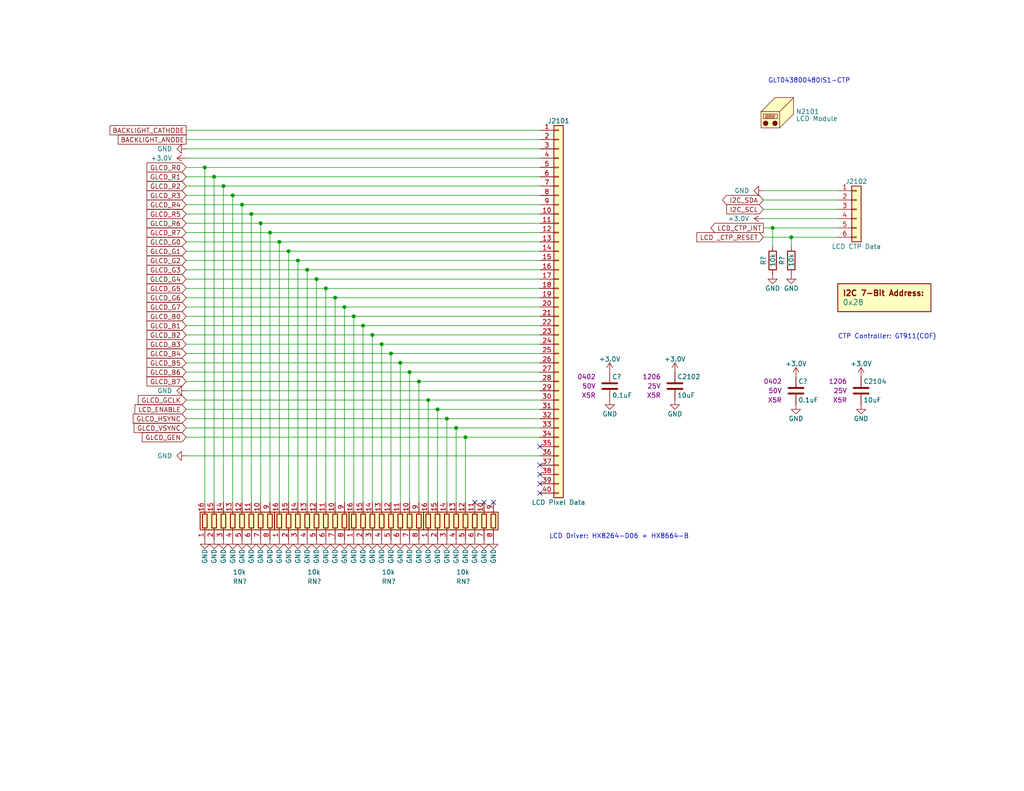
<source format=kicad_sch>
(kicad_sch (version 20231120) (generator "eeschema") (generator_version "8.0")
  (paper "A")
  (title_block (title "Thermal Camera") (date "2024-05-24") (rev "PRELIM") (company "Drew Maatman and Michael Laffin"))
  (lib_symbols
    (symbol "Connector_Generic:Conn_01x06" (pin_names (offset 1.016) hide)
      (property "Reference" "J" (at 0 7.62 0))
      (property "Value" "Conn_01x06" (at 0 -10.16 0))
      (symbol "Conn_01x06_1_1"
        (rectangle (start -1.27 -7.493) (end 0 -7.747) (stroke (width 0.1524)))
        (rectangle (start -1.27 -4.953) (end 0 -5.207) (stroke (width 0.1524)))
        (rectangle (start -1.27 -2.413) (end 0 -2.667) (stroke (width 0.1524)))
        (rectangle (start -1.27 0.127) (end 0 -0.127) (stroke (width 0.1524)))
        (rectangle (start -1.27 2.667) (end 0 2.413) (stroke (width 0.1524)))
        (rectangle (start -1.27 5.207) (end 0 4.953) (stroke (width 0.1524)))
        (rectangle (start -1.27 6.35) (end 1.27 -8.89) (stroke (width 0.254)) (fill (type background)))
        (pin passive line (at -5.08 5.08 0) (length 3.81) (name "Pin_1") (number "1"))
        (pin passive line (at -5.08 2.54 0) (length 3.81) (name "Pin_2") (number "2"))
        (pin passive line (at -5.08 0 0) (length 3.81) (name "Pin_3") (number "3"))
        (pin passive line (at -5.08 -2.54 0) (length 3.81) (name "Pin_4") (number "4"))
        (pin passive line (at -5.08 -5.08 0) (length 3.81) (name "Pin_5") (number "5"))
        (pin passive line (at -5.08 -7.62 0) (length 3.81) (name "Pin_6") (number "6"))
      )
    )
    (symbol "Connector_Generic:Conn_01x40" (pin_names (offset 1.016) hide)
      (property "Reference" "J" (at 0 50.8 0))
      (property "Value" "Conn_01x40" (at 0 -53.34 0))
      (symbol "Conn_01x40_1_1"
        (rectangle (start -1.27 -50.673) (end 0 -50.927) (stroke (width 0.1524)))
        (rectangle (start -1.27 -48.133) (end 0 -48.387) (stroke (width 0.1524)))
        (rectangle (start -1.27 -45.593) (end 0 -45.847) (stroke (width 0.1524)))
        (rectangle (start -1.27 -43.053) (end 0 -43.307) (stroke (width 0.1524)))
        (rectangle (start -1.27 -40.513) (end 0 -40.767) (stroke (width 0.1524)))
        (rectangle (start -1.27 -37.973) (end 0 -38.227) (stroke (width 0.1524)))
        (rectangle (start -1.27 -35.433) (end 0 -35.687) (stroke (width 0.1524)))
        (rectangle (start -1.27 -32.893) (end 0 -33.147) (stroke (width 0.1524)))
        (rectangle (start -1.27 -30.353) (end 0 -30.607) (stroke (width 0.1524)))
        (rectangle (start -1.27 -27.813) (end 0 -28.067) (stroke (width 0.1524)))
        (rectangle (start -1.27 -25.273) (end 0 -25.527) (stroke (width 0.1524)))
        (rectangle (start -1.27 -22.733) (end 0 -22.987) (stroke (width 0.1524)))
        (rectangle (start -1.27 -20.193) (end 0 -20.447) (stroke (width 0.1524)))
        (rectangle (start -1.27 -17.653) (end 0 -17.907) (stroke (width 0.1524)))
        (rectangle (start -1.27 -15.113) (end 0 -15.367) (stroke (width 0.1524)))
        (rectangle (start -1.27 -12.573) (end 0 -12.827) (stroke (width 0.1524)))
        (rectangle (start -1.27 -10.033) (end 0 -10.287) (stroke (width 0.1524)))
        (rectangle (start -1.27 -7.493) (end 0 -7.747) (stroke (width 0.1524)))
        (rectangle (start -1.27 -4.953) (end 0 -5.207) (stroke (width 0.1524)))
        (rectangle (start -1.27 -2.413) (end 0 -2.667) (stroke (width 0.1524)))
        (rectangle (start -1.27 0.127) (end 0 -0.127) (stroke (width 0.1524)))
        (rectangle (start -1.27 2.667) (end 0 2.413) (stroke (width 0.1524)))
        (rectangle (start -1.27 5.207) (end 0 4.953) (stroke (width 0.1524)))
        (rectangle (start -1.27 7.747) (end 0 7.493) (stroke (width 0.1524)))
        (rectangle (start -1.27 10.287) (end 0 10.033) (stroke (width 0.1524)))
        (rectangle (start -1.27 12.827) (end 0 12.573) (stroke (width 0.1524)))
        (rectangle (start -1.27 15.367) (end 0 15.113) (stroke (width 0.1524)))
        (rectangle (start -1.27 17.907) (end 0 17.653) (stroke (width 0.1524)))
        (rectangle (start -1.27 20.447) (end 0 20.193) (stroke (width 0.1524)))
        (rectangle (start -1.27 22.987) (end 0 22.733) (stroke (width 0.1524)))
        (rectangle (start -1.27 25.527) (end 0 25.273) (stroke (width 0.1524)))
        (rectangle (start -1.27 28.067) (end 0 27.813) (stroke (width 0.1524)))
        (rectangle (start -1.27 30.607) (end 0 30.353) (stroke (width 0.1524)))
        (rectangle (start -1.27 33.147) (end 0 32.893) (stroke (width 0.1524)))
        (rectangle (start -1.27 35.687) (end 0 35.433) (stroke (width 0.1524)))
        (rectangle (start -1.27 38.227) (end 0 37.973) (stroke (width 0.1524)))
        (rectangle (start -1.27 40.767) (end 0 40.513) (stroke (width 0.1524)))
        (rectangle (start -1.27 43.307) (end 0 43.053) (stroke (width 0.1524)))
        (rectangle (start -1.27 45.847) (end 0 45.593) (stroke (width 0.1524)))
        (rectangle (start -1.27 48.387) (end 0 48.133) (stroke (width 0.1524)))
        (rectangle (start -1.27 49.53) (end 1.27 -52.07) (stroke (width 0.254)) (fill (type background)))
        (pin passive line (at -5.08 48.26 0) (length 3.81) (name "Pin_1") (number "1"))
        (pin passive line (at -5.08 25.4 0) (length 3.81) (name "Pin_10") (number "10"))
        (pin passive line (at -5.08 22.86 0) (length 3.81) (name "Pin_11") (number "11"))
        (pin passive line (at -5.08 20.32 0) (length 3.81) (name "Pin_12") (number "12"))
        (pin passive line (at -5.08 17.78 0) (length 3.81) (name "Pin_13") (number "13"))
        (pin passive line (at -5.08 15.24 0) (length 3.81) (name "Pin_14") (number "14"))
        (pin passive line (at -5.08 12.7 0) (length 3.81) (name "Pin_15") (number "15"))
        (pin passive line (at -5.08 10.16 0) (length 3.81) (name "Pin_16") (number "16"))
        (pin passive line (at -5.08 7.62 0) (length 3.81) (name "Pin_17") (number "17"))
        (pin passive line (at -5.08 5.08 0) (length 3.81) (name "Pin_18") (number "18"))
        (pin passive line (at -5.08 2.54 0) (length 3.81) (name "Pin_19") (number "19"))
        (pin passive line (at -5.08 45.72 0) (length 3.81) (name "Pin_2") (number "2"))
        (pin passive line (at -5.08 0 0) (length 3.81) (name "Pin_20") (number "20"))
        (pin passive line (at -5.08 -2.54 0) (length 3.81) (name "Pin_21") (number "21"))
        (pin passive line (at -5.08 -5.08 0) (length 3.81) (name "Pin_22") (number "22"))
        (pin passive line (at -5.08 -7.62 0) (length 3.81) (name "Pin_23") (number "23"))
        (pin passive line (at -5.08 -10.16 0) (length 3.81) (name "Pin_24") (number "24"))
        (pin passive line (at -5.08 -12.7 0) (length 3.81) (name "Pin_25") (number "25"))
        (pin passive line (at -5.08 -15.24 0) (length 3.81) (name "Pin_26") (number "26"))
        (pin passive line (at -5.08 -17.78 0) (length 3.81) (name "Pin_27") (number "27"))
        (pin passive line (at -5.08 -20.32 0) (length 3.81) (name "Pin_28") (number "28"))
        (pin passive line (at -5.08 -22.86 0) (length 3.81) (name "Pin_29") (number "29"))
        (pin passive line (at -5.08 43.18 0) (length 3.81) (name "Pin_3") (number "3"))
        (pin passive line (at -5.08 -25.4 0) (length 3.81) (name "Pin_30") (number "30"))
        (pin passive line (at -5.08 -27.94 0) (length 3.81) (name "Pin_31") (number "31"))
        (pin passive line (at -5.08 -30.48 0) (length 3.81) (name "Pin_32") (number "32"))
        (pin passive line (at -5.08 -33.02 0) (length 3.81) (name "Pin_33") (number "33"))
        (pin passive line (at -5.08 -35.56 0) (length 3.81) (name "Pin_34") (number "34"))
        (pin passive line (at -5.08 -38.1 0) (length 3.81) (name "Pin_35") (number "35"))
        (pin passive line (at -5.08 -40.64 0) (length 3.81) (name "Pin_36") (number "36"))
        (pin passive line (at -5.08 -43.18 0) (length 3.81) (name "Pin_37") (number "37"))
        (pin passive line (at -5.08 -45.72 0) (length 3.81) (name "Pin_38") (number "38"))
        (pin passive line (at -5.08 -48.26 0) (length 3.81) (name "Pin_39") (number "39"))
        (pin passive line (at -5.08 40.64 0) (length 3.81) (name "Pin_4") (number "4"))
        (pin passive line (at -5.08 -50.8 0) (length 3.81) (name "Pin_40") (number "40"))
        (pin passive line (at -5.08 38.1 0) (length 3.81) (name "Pin_5") (number "5"))
        (pin passive line (at -5.08 35.56 0) (length 3.81) (name "Pin_6") (number "6"))
        (pin passive line (at -5.08 33.02 0) (length 3.81) (name "Pin_7") (number "7"))
        (pin passive line (at -5.08 30.48 0) (length 3.81) (name "Pin_8") (number "8"))
        (pin passive line (at -5.08 27.94 0) (length 3.81) (name "Pin_9") (number "9"))
      )
    )
    (symbol "Custom Library:+3.0V" (power) (pin_names (offset 0))
      (property "Value" "+3.0V" (at 0 3.556 0))
      (symbol "+3.0V_0_1"
        (polyline (pts (xy -0.762 1.27) (xy 0 2.54)))
        (polyline (pts (xy 0 0) (xy 0 2.54)))
        (polyline (pts (xy 0 2.54) (xy 0.762 1.27)))
      )
      (symbol "+3.0V_1_1"
        (pin power_in line (at 0 0 90) (length 0) hide (name "+3.0V") (number "1"))
      )
    )
    (symbol "Custom_Library:C_Custom" (pin_numbers hide) (pin_names (offset 0.254))
      (property "Reference" "C" (at 0.635 2.54 0))
      (property "Value" "Custom_Library_C_Custom" (at 0.635 -2.54 0))
      (property "display_footprint" "Foot" (at -3.81 2.54 0))
      (property "Voltage" "V" (at -3.81 0 0))
      (property "Dielectric" "Er" (at -3.81 -2.54 0))
      (symbol "C_Custom_0_1"
        (polyline (pts (xy -2.032 -0.762) (xy 2.032 -0.762)) (stroke (width 0.508)))
        (polyline (pts (xy -2.032 0.762) (xy 2.032 0.762)) (stroke (width 0.508)))
      )
      (symbol "C_Custom_1_1"
        (pin passive line (at 0 3.81 270) (length 2.794) (name "~") (number "1"))
        (pin passive line (at 0 -3.81 90) (length 2.794) (name "~") (number "2"))
      )
    )
    (symbol "Custom_Library:I2C_Address" (pin_names (offset 1.016))
      (property "Value" "Custom_Library_I2C_Address" (at -11.43 0 0))
      (symbol "I2C_Address_0_0"
        (rectangle (start -12.7 5.08) (end 12.7 -2.54) (stroke (width 0.254)) (fill (type background)))
        (text "I2C 7-Bit Address:" (at -11.43 2.54 0) (effects (font (size 1.524 1.524) (bold yes)) (justify left)))
      )
    )
    (symbol "Custom_Library:R_Custom" (pin_numbers hide) (pin_names (offset 1.016) hide)
      (property "Reference" "R" (at -2.54 0 90))
      (property "Value" "Custom_Library_R_Custom" (at 0 0 90))
      (property "display_footprint" "Foot" (at 2.54 0 90))
      (property "Tolerance" "Tol" (at 5.08 0 90))
      (property "Wattage" "W" (at 7.62 0 90))
      (symbol "R_Custom_0_1"
        (rectangle (start 1.016 2.54) (end -1.016 -2.54) (stroke (width 0.254)))
      )
      (symbol "R_Custom_1_1"
        (pin passive line (at 0 3.81 270) (length 1.27) (name "1") (number "1"))
        (pin passive line (at 0 -3.81 90) (length 1.27) (name "2") (number "2"))
      )
    )
    (symbol "Device:R_Pack08" (pin_names (offset 0) hide)
      (property "Reference" "RN" (at -12.7 0 90))
      (property "Value" "R_Pack08" (at 10.16 0 90))
      (symbol "R_Pack08_0_1"
        (rectangle (start -11.43 -2.413) (end 8.89 2.413) (stroke (width 0.254)) (fill (type background)))
        (rectangle (start -10.795 1.905) (end -9.525 -1.905) (stroke (width 0.254)))
        (rectangle (start -8.255 1.905) (end -6.985 -1.905) (stroke (width 0.254)))
        (rectangle (start -5.715 1.905) (end -4.445 -1.905) (stroke (width 0.254)))
        (rectangle (start -3.175 1.905) (end -1.905 -1.905) (stroke (width 0.254)))
        (rectangle (start -0.635 1.905) (end 0.635 -1.905) (stroke (width 0.254)))
        (polyline (pts (xy -10.16 -2.54) (xy -10.16 -1.905)))
        (polyline (pts (xy -10.16 1.905) (xy -10.16 2.54)))
        (polyline (pts (xy -7.62 -2.54) (xy -7.62 -1.905)))
        (polyline (pts (xy -7.62 1.905) (xy -7.62 2.54)))
        (polyline (pts (xy -5.08 -2.54) (xy -5.08 -1.905)))
        (polyline (pts (xy -5.08 1.905) (xy -5.08 2.54)))
        (polyline (pts (xy -2.54 -2.54) (xy -2.54 -1.905)))
        (polyline (pts (xy -2.54 1.905) (xy -2.54 2.54)))
        (polyline (pts (xy 0 -2.54) (xy 0 -1.905)))
        (polyline (pts (xy 0 1.905) (xy 0 2.54)))
        (polyline (pts (xy 2.54 -2.54) (xy 2.54 -1.905)))
        (polyline (pts (xy 2.54 1.905) (xy 2.54 2.54)))
        (polyline (pts (xy 5.08 -2.54) (xy 5.08 -1.905)))
        (polyline (pts (xy 5.08 1.905) (xy 5.08 2.54)))
        (polyline (pts (xy 7.62 -2.54) (xy 7.62 -1.905)))
        (polyline (pts (xy 7.62 1.905) (xy 7.62 2.54)))
        (rectangle (start 1.905 1.905) (end 3.175 -1.905) (stroke (width 0.254)))
        (rectangle (start 4.445 1.905) (end 5.715 -1.905) (stroke (width 0.254)))
        (rectangle (start 6.985 1.905) (end 8.255 -1.905) (stroke (width 0.254)))
      )
      (symbol "R_Pack08_1_1"
        (pin passive line (at -10.16 -5.08 90) (length 2.54) (name "R1.1") (number "1"))
        (pin passive line (at 5.08 5.08 270) (length 2.54) (name "R7.2") (number "10"))
        (pin passive line (at 2.54 5.08 270) (length 2.54) (name "R6.2") (number "11"))
        (pin passive line (at 0 5.08 270) (length 2.54) (name "R5.2") (number "12"))
        (pin passive line (at -2.54 5.08 270) (length 2.54) (name "R4.2") (number "13"))
        (pin passive line (at -5.08 5.08 270) (length 2.54) (name "R3.2") (number "14"))
        (pin passive line (at -7.62 5.08 270) (length 2.54) (name "R2.2") (number "15"))
        (pin passive line (at -10.16 5.08 270) (length 2.54) (name "R1.2") (number "16"))
        (pin passive line (at -7.62 -5.08 90) (length 2.54) (name "R2.1") (number "2"))
        (pin passive line (at -5.08 -5.08 90) (length 2.54) (name "R3.1") (number "3"))
        (pin passive line (at -2.54 -5.08 90) (length 2.54) (name "R4.1") (number "4"))
        (pin passive line (at 0 -5.08 90) (length 2.54) (name "R5.1") (number "5"))
        (pin passive line (at 2.54 -5.08 90) (length 2.54) (name "R6.1") (number "6"))
        (pin passive line (at 5.08 -5.08 90) (length 2.54) (name "R7.1") (number "7"))
        (pin passive line (at 7.62 -5.08 90) (length 2.54) (name "R8.1") (number "8"))
        (pin passive line (at 7.62 5.08 270) (length 2.54) (name "R8.2") (number "9"))
      )
    )
    (symbol "Mechanical:Housing" (pin_names (offset 1.016))
      (property "Reference" "N" (at 3.81 0 0))
      (property "Value" "Housing" (at 3.81 -1.905 0))
      (symbol "Housing_0_1"
        (rectangle (start -5.08 -0.635) (end -1.27 -1.905))
        (circle (center -4.445 -3.175) (radius 0.635) (fill (type outline)))
        (circle (center -1.905 -3.175) (radius 0.635) (fill (type outline)))
        (polyline (pts (xy -4.5212 -1.5748) (xy -4.4704 -1.3716)))
        (polyline (pts (xy -4.4196 -1.6764) (xy -4.064 -1.6764)))
        (polyline (pts (xy -4.4196 -1.2192) (xy -4.3688 -0.9652)))
        (polyline (pts (xy -4.318 -1.3208) (xy -4.0132 -1.3208)))
        (polyline (pts (xy -4.2164 -0.9144) (xy -3.9116 -0.9144)))
        (polyline (pts (xy -3.9116 -1.6256) (xy -3.8608 -1.3716)))
        (polyline (pts (xy -3.81 -1.2192) (xy -3.7592 -0.9652)))
        (polyline (pts (xy -3.6068 -1.5748) (xy -3.556 -1.3716)))
        (polyline (pts (xy -3.5052 -1.6764) (xy -3.1496 -1.6764)))
        (polyline (pts (xy -3.5052 -1.2192) (xy -3.4544 -0.9652)))
        (polyline (pts (xy -3.4036 -1.3208) (xy -3.0988 -1.3208)))
        (polyline (pts (xy -3.302 -0.9144) (xy -2.9972 -0.9144)))
        (polyline (pts (xy -2.9972 -1.6256) (xy -2.9464 -1.3716)))
        (polyline (pts (xy -2.8956 -1.2192) (xy -2.8448 -0.9652)))
        (polyline (pts (xy -2.6924 -1.5748) (xy -2.6416 -1.3716)))
        (polyline (pts (xy -2.5908 -1.6764) (xy -2.2352 -1.6764)))
        (polyline (pts (xy -2.5908 -1.2192) (xy -2.54 -0.9652)))
        (polyline (pts (xy -2.4892 -1.3208) (xy -2.1844 -1.3208)))
        (polyline (pts (xy -2.3876 -0.9144) (xy -2.0828 -0.9144)))
        (polyline (pts (xy -2.0828 -1.6256) (xy -2.032 -1.3716)))
        (polyline (pts (xy -1.9812 -1.2192) (xy -1.9304 -0.9652)))
        (polyline (pts (xy -0.635 0) (xy -0.635 -4.445)))
        (polyline (pts (xy -5.715 0) (xy -0.635 0) (xy 3.175 3.81)))
        (polyline (pts (xy -5.715 0) (xy -5.715 -4.445) (xy -0.635 -4.445) (xy 3.175 -0.635) (xy 3.175 3.81) (xy -1.905 3.81) (xy -5.715 0)) (fill (type background)))
      )
    )
    (symbol "power:GND" (power) (pin_names (offset 0))
      (property "Value" "GND" (at 0 -3.81 0))
      (symbol "GND_0_1"
        (polyline (pts (xy 0 0) (xy 0 -1.27) (xy 1.27 -1.27) (xy 0 -2.54) (xy -1.27 -1.27) (xy 0 -1.27)))
      )
      (symbol "GND_1_1"
        (pin power_in line (at 0 0 270) (length 0) hide (name "GND") (number "1"))
      )
    )
  )
  (junction (at 76.2 66.04))
  (junction (at 83.82 73.66))
  (junction (at 210.82 62.23))
  (junction (at 81.28 71.12))
  (junction (at 58.42 48.26))
  (junction (at 101.6 91.44))
  (junction (at 60.96 50.8))
  (junction (at 116.84 109.22))
  (junction (at 104.14 93.98))
  (junction (at 127 119.38))
  (junction (at 106.68 96.52))
  (junction (at 55.88 45.72))
  (junction (at 109.22 99.06))
  (junction (at 111.76 101.6))
  (junction (at 68.58 58.42))
  (junction (at 114.3 104.14))
  (junction (at 91.44 81.28))
  (junction (at 88.9 78.74))
  (junction (at 78.74 68.58))
  (junction (at 121.92 114.3))
  (junction (at 71.12 60.96))
  (junction (at 63.5 53.34))
  (junction (at 66.04 55.88))
  (junction (at 215.9 64.77))
  (junction (at 93.98 83.82))
  (junction (at 73.66 63.5))
  (junction (at 119.38 111.76))
  (junction (at 96.52 86.36))
  (junction (at 86.36 76.2))
  (junction (at 124.46 116.84))
  (junction (at 99.06 88.9))
  (no_connect (at 147.32 134.62))
  (no_connect (at 132.08 137.16))
  (no_connect (at 147.32 121.92))
  (no_connect (at 134.62 137.16))
  (no_connect (at 147.32 132.08))
  (no_connect (at 147.32 129.54))
  (no_connect (at 129.54 137.16))
  (no_connect (at 147.32 127))
  (wire (pts (xy 50.8 43.18) (xy 147.32 43.18)))
  (wire (pts (xy 76.2 66.04) (xy 76.2 137.16)))
  (wire (pts (xy 88.9 78.74) (xy 88.9 137.16)))
  (wire (pts (xy 50.8 63.5) (xy 73.66 63.5)))
  (wire (pts (xy 210.82 62.23) (xy 210.82 67.31)))
  (wire (pts (xy 50.8 66.04) (xy 76.2 66.04)))
  (wire (pts (xy 215.9 64.77) (xy 215.9 67.31)))
  (wire (pts (xy 50.8 60.96) (xy 71.12 60.96)))
  (wire (pts (xy 50.8 71.12) (xy 81.28 71.12)))
  (wire (pts (xy 111.76 101.6) (xy 147.32 101.6)))
  (wire (pts (xy 50.8 99.06) (xy 109.22 99.06)))
  (wire (pts (xy 119.38 111.76) (xy 147.32 111.76)))
  (wire (pts (xy 116.84 109.22) (xy 116.84 137.16)))
  (wire (pts (xy 127 119.38) (xy 147.32 119.38)))
  (wire (pts (xy 50.8 76.2) (xy 86.36 76.2)))
  (wire (pts (xy 208.28 54.61) (xy 228.6 54.61)))
  (wire (pts (xy 208.28 59.69) (xy 228.6 59.69)))
  (wire (pts (xy 58.42 48.26) (xy 58.42 137.16)))
  (wire (pts (xy 50.8 55.88) (xy 66.04 55.88)))
  (wire (pts (xy 50.8 78.74) (xy 88.9 78.74)))
  (wire (pts (xy 50.8 124.46) (xy 147.32 124.46)))
  (wire (pts (xy 93.98 83.82) (xy 147.32 83.82)))
  (wire (pts (xy 50.8 50.8) (xy 60.96 50.8)))
  (wire (pts (xy 88.9 78.74) (xy 147.32 78.74)))
  (wire (pts (xy 91.44 81.28) (xy 91.44 137.16)))
  (wire (pts (xy 50.8 93.98) (xy 104.14 93.98)))
  (wire (pts (xy 124.46 116.84) (xy 147.32 116.84)))
  (wire (pts (xy 50.8 119.38) (xy 127 119.38)))
  (wire (pts (xy 50.8 106.68) (xy 147.32 106.68)))
  (wire (pts (xy 50.8 104.14) (xy 114.3 104.14)))
  (wire (pts (xy 60.96 50.8) (xy 60.96 137.16)))
  (wire (pts (xy 83.82 73.66) (xy 83.82 137.16)))
  (wire (pts (xy 50.8 96.52) (xy 106.68 96.52)))
  (wire (pts (xy 83.82 73.66) (xy 147.32 73.66)))
  (wire (pts (xy 78.74 68.58) (xy 78.74 137.16)))
  (wire (pts (xy 63.5 53.34) (xy 147.32 53.34)))
  (wire (pts (xy 208.28 64.77) (xy 215.9 64.77)))
  (wire (pts (xy 86.36 76.2) (xy 147.32 76.2)))
  (wire (pts (xy 104.14 93.98) (xy 147.32 93.98)))
  (wire (pts (xy 208.28 62.23) (xy 210.82 62.23)))
  (wire (pts (xy 50.8 48.26) (xy 58.42 48.26)))
  (wire (pts (xy 63.5 53.34) (xy 63.5 137.16)))
  (wire (pts (xy 55.88 45.72) (xy 147.32 45.72)))
  (wire (pts (xy 50.8 35.56) (xy 147.32 35.56)))
  (wire (pts (xy 81.28 71.12) (xy 147.32 71.12)))
  (wire (pts (xy 208.28 57.15) (xy 228.6 57.15)))
  (wire (pts (xy 50.8 88.9) (xy 99.06 88.9)))
  (wire (pts (xy 50.8 116.84) (xy 124.46 116.84)))
  (wire (pts (xy 73.66 63.5) (xy 73.66 137.16)))
  (wire (pts (xy 50.8 45.72) (xy 55.88 45.72)))
  (wire (pts (xy 50.8 38.1) (xy 147.32 38.1)))
  (wire (pts (xy 93.98 83.82) (xy 93.98 137.16)))
  (wire (pts (xy 96.52 86.36) (xy 147.32 86.36)))
  (wire (pts (xy 50.8 58.42) (xy 68.58 58.42)))
  (wire (pts (xy 50.8 109.22) (xy 116.84 109.22)))
  (wire (pts (xy 91.44 81.28) (xy 147.32 81.28)))
  (wire (pts (xy 109.22 99.06) (xy 109.22 137.16)))
  (wire (pts (xy 81.28 71.12) (xy 81.28 137.16)))
  (wire (pts (xy 121.92 114.3) (xy 121.92 137.16)))
  (wire (pts (xy 99.06 88.9) (xy 99.06 137.16)))
  (wire (pts (xy 50.8 91.44) (xy 101.6 91.44)))
  (wire (pts (xy 50.8 101.6) (xy 111.76 101.6)))
  (wire (pts (xy 96.52 86.36) (xy 96.52 137.16)))
  (wire (pts (xy 121.92 114.3) (xy 147.32 114.3)))
  (wire (pts (xy 71.12 60.96) (xy 147.32 60.96)))
  (wire (pts (xy 101.6 137.16) (xy 101.6 91.44)))
  (wire (pts (xy 124.46 116.84) (xy 124.46 137.16)))
  (wire (pts (xy 68.58 58.42) (xy 68.58 137.16)))
  (wire (pts (xy 106.68 96.52) (xy 147.32 96.52)))
  (wire (pts (xy 101.6 91.44) (xy 147.32 91.44)))
  (wire (pts (xy 58.42 48.26) (xy 147.32 48.26)))
  (wire (pts (xy 68.58 58.42) (xy 147.32 58.42)))
  (wire (pts (xy 73.66 63.5) (xy 147.32 63.5)))
  (wire (pts (xy 109.22 99.06) (xy 147.32 99.06)))
  (wire (pts (xy 50.8 86.36) (xy 96.52 86.36)))
  (wire (pts (xy 99.06 88.9) (xy 147.32 88.9)))
  (wire (pts (xy 78.74 68.58) (xy 147.32 68.58)))
  (wire (pts (xy 114.3 104.14) (xy 114.3 137.16)))
  (wire (pts (xy 50.8 83.82) (xy 93.98 83.82)))
  (wire (pts (xy 210.82 62.23) (xy 228.6 62.23)))
  (wire (pts (xy 71.12 60.96) (xy 71.12 137.16)))
  (wire (pts (xy 106.68 96.52) (xy 106.68 137.16)))
  (wire (pts (xy 50.8 73.66) (xy 83.82 73.66)))
  (wire (pts (xy 66.04 55.88) (xy 66.04 137.16)))
  (wire (pts (xy 50.8 53.34) (xy 63.5 53.34)))
  (wire (pts (xy 50.8 114.3) (xy 121.92 114.3)))
  (wire (pts (xy 50.8 40.64) (xy 147.32 40.64)))
  (wire (pts (xy 119.38 111.76) (xy 119.38 137.16)))
  (wire (pts (xy 60.96 50.8) (xy 147.32 50.8)))
  (wire (pts (xy 111.76 101.6) (xy 111.76 137.16)))
  (wire (pts (xy 66.04 55.88) (xy 147.32 55.88)))
  (wire (pts (xy 50.8 68.58) (xy 78.74 68.58)))
  (wire (pts (xy 104.14 93.98) (xy 104.14 137.16)))
  (wire (pts (xy 86.36 76.2) (xy 86.36 137.16)))
  (wire (pts (xy 116.84 109.22) (xy 147.32 109.22)))
  (wire (pts (xy 215.9 64.77) (xy 228.6 64.77)))
  (wire (pts (xy 127 119.38) (xy 127 137.16)))
  (wire (pts (xy 208.28 52.07) (xy 228.6 52.07)))
  (wire (pts (xy 55.88 45.72) (xy 55.88 137.16)))
  (wire (pts (xy 76.2 66.04) (xy 147.32 66.04)))
  (wire (pts (xy 50.8 81.28) (xy 91.44 81.28)))
  (wire (pts (xy 50.8 111.76) (xy 119.38 111.76)))
  (wire (pts (xy 114.3 104.14) (xy 147.32 104.14)))
  (text "GLT043800480IS1-CTP\n" (at 209.55 22.86 0) (effects (font (size 1.27 1.27)) (justify left bottom)))
  (text "CTP Controller: GT911(COF)" (at 228.6 92.71 0) (effects (font (size 1.27 1.27)) (justify left bottom)))
  (text "LCD Driver: HX8264-D06 + HX8664-B " (at 149.82 147.2565 0) (effects (font (size 1.27 1.27)) (justify left bottom)))
  (global_label "GLCD_B0" (shape input) (at 50.8 86.36 180) (property "Intersheetrefs" "${INTERSHEET_REFS}" (effects (hide yes))))
  (global_label "GLCD_G5" (shape input) (at 50.8 78.74 180) (property "Intersheetrefs" "${INTERSHEET_REFS}" (effects (hide yes))))
  (global_label "GLCD_B2" (shape input) (at 50.8 91.44 180) (property "Intersheetrefs" "${INTERSHEET_REFS}" (effects (hide yes))))
  (global_label "GLCD_B3" (shape input) (at 50.8 93.98 180) (property "Intersheetrefs" "${INTERSHEET_REFS}" (effects (hide yes))))
  (global_label "GLCD_R5" (shape input) (at 50.8 58.42 180) (property "Intersheetrefs" "${INTERSHEET_REFS}" (effects (hide yes))))
  (global_label "GLCD_B6" (shape input) (at 50.8 101.6 180) (property "Intersheetrefs" "${INTERSHEET_REFS}" (effects (hide yes))))
  (global_label "GLCD_B7" (shape input) (at 50.8 104.14 180) (property "Intersheetrefs" "${INTERSHEET_REFS}" (effects (hide yes))))
  (global_label "LCD_ENABLE" (shape input) (at 50.8 111.76 180) (property "Intersheetrefs" "${INTERSHEET_REFS}" (effects (hide yes))))
  (global_label "GLCD_B1" (shape input) (at 50.8 88.9 180) (property "Intersheetrefs" "${INTERSHEET_REFS}" (effects (hide yes))))
  (global_label "GLCD_G4" (shape input) (at 50.8 76.2 180) (property "Intersheetrefs" "${INTERSHEET_REFS}" (effects (hide yes))))
  (global_label "LCD_CTP_INT" (shape output) (at 208.28 62.23 180) (property "Intersheetrefs" "${INTERSHEET_REFS}" (effects (hide yes))))
  (global_label "GLCD_HSYNC" (shape input) (at 50.8 114.3 180) (property "Intersheetrefs" "${INTERSHEET_REFS}" (effects (hide yes))))
  (global_label "I2C_SDA" (shape bidirectional) (at 208.28 54.61 180) (property "Intersheetrefs" "${INTERSHEET_REFS}" (effects (hide yes))))
  (global_label "GLCD_B4" (shape input) (at 50.8 96.52 180) (property "Intersheetrefs" "${INTERSHEET_REFS}" (effects (hide yes))))
  (global_label "I2C_SCL" (shape input) (at 208.28 57.15 180) (property "Intersheetrefs" "${INTERSHEET_REFS}" (effects (hide yes))))
  (global_label "GLCD_B5" (shape input) (at 50.8 99.06 180) (property "Intersheetrefs" "${INTERSHEET_REFS}" (effects (hide yes))))
  (global_label "GLCD_G1" (shape input) (at 50.8 68.58 180) (property "Intersheetrefs" "${INTERSHEET_REFS}" (effects (hide yes))))
  (global_label "GLCD_GCLK" (shape input) (at 50.8 109.22 180) (property "Intersheetrefs" "${INTERSHEET_REFS}" (effects (hide yes))))
  (global_label "GLCD_G6" (shape input) (at 50.8 81.28 180) (property "Intersheetrefs" "${INTERSHEET_REFS}" (effects (hide yes))))
  (global_label "GLCD_GEN" (shape input) (at 50.8 119.38 180) (property "Intersheetrefs" "${INTERSHEET_REFS}" (effects (hide yes))))
  (global_label "LCD _CTP_RESET" (shape input) (at 208.28 64.77 180) (property "Intersheetrefs" "${INTERSHEET_REFS}" (effects (hide yes))))
  (global_label "GLCD_R7" (shape input) (at 50.8 63.5 180) (property "Intersheetrefs" "${INTERSHEET_REFS}" (effects (hide yes))))
  (global_label "GLCD_G3" (shape input) (at 50.8 73.66 180) (property "Intersheetrefs" "${INTERSHEET_REFS}" (effects (hide yes))))
  (global_label "BACKLIGHT_ANODE" (shape passive) (at 50.8 38.1 180) (property "Intersheetrefs" "${INTERSHEET_REFS}" (effects (hide yes))))
  (global_label "GLCD_R1" (shape input) (at 50.8 48.26 180) (property "Intersheetrefs" "${INTERSHEET_REFS}" (effects (hide yes))))
  (global_label "GLCD_G2" (shape input) (at 50.8 71.12 180) (property "Intersheetrefs" "${INTERSHEET_REFS}" (effects (hide yes))))
  (global_label "GLCD_R6" (shape input) (at 50.8 60.96 180) (property "Intersheetrefs" "${INTERSHEET_REFS}" (effects (hide yes))))
  (global_label "BACKLIGHT_CATHODE" (shape passive) (at 50.8 35.56 180) (property "Intersheetrefs" "${INTERSHEET_REFS}" (effects (hide yes))))
  (global_label "GLCD_G7" (shape input) (at 50.8 83.82 180) (property "Intersheetrefs" "${INTERSHEET_REFS}" (effects (hide yes))))
  (global_label "GLCD_R3" (shape input) (at 50.8 53.34 180) (property "Intersheetrefs" "${INTERSHEET_REFS}" (effects (hide yes))))
  (global_label "GLCD_R2" (shape input) (at 50.8 50.8 180) (property "Intersheetrefs" "${INTERSHEET_REFS}" (effects (hide yes))))
  (global_label "GLCD_R0" (shape input) (at 50.8 45.72 180) (property "Intersheetrefs" "${INTERSHEET_REFS}" (effects (hide yes))))
  (global_label "GLCD_G0" (shape input) (at 50.8 66.04 180) (property "Intersheetrefs" "${INTERSHEET_REFS}" (effects (hide yes))))
  (global_label "GLCD_VSYNC" (shape input) (at 50.8 116.84 180) (property "Intersheetrefs" "${INTERSHEET_REFS}" (effects (hide yes))))
  (global_label "GLCD_R4" (shape input) (at 50.8 55.88 180) (property "Intersheetrefs" "${INTERSHEET_REFS}" (effects (hide yes))))
  (symbol (lib_id "power:GND") (at 55.88 147.32 0) (unit 1)
    (property "Reference" "#PWR02105" (effects (hide yes)))
    (property "Value" "GND" (at 55.88 149.86 90) (effects (justify right)))
  )
  (symbol (lib_id "Device:R_Pack08") (at 127 142.24 0) (unit 1)
    (property "Reference" "RN?" (at 124.46 158.75 0) (effects (justify left)))
    (property "Value" "10k" (at 124.46 156.21 0) (effects (justify left)))
    (property "Footprint" "Resistors_SMD:R_Array_Convex_8x0602" (effects (hide yes)))
    (property "Digi-Key PN" "Y1103CT-ND" (effects (hide yes)))
    (property "Tolerance" "1%" (effects (hide yes)))
    (instances (project "VFD_Clock" (path "" (reference "RN?") (unit 1))) (project "Nixie_Clock_Core" (path "" (reference "RN?") (unit 1))) (project "Thermal_Camera" (path "" (reference "RN2104") (unit 1))))
  )
  (symbol (lib_id "Custom_Library:R_Custom") (at 215.9 71.12 0) (unit 1)
    (property "Reference" "R?" (at 213.36 71.12 90))
    (property "Value" "10k" (at 215.9 72.898 90) (effects (justify left)))
    (property "Footprint" "Resistors_SMD:R_0402" (effects (hide yes)))
    (property "display_footprint" "0402" (effects (hide yes)))
    (property "Tolerance" "1%" (effects (hide yes)))
    (property "Wattage" "1/16W" (effects (hide yes)))
    (property "Digi-Key PN" "RMCF0402FT10K0CT-ND" (effects (hide yes)))
    (instances (project "Nixie_Clock_Core" (path "" (reference "R?") (unit 1))) (project "LED_Panel_Controller" (path "" (reference "R?") (unit 1)) (path "" (reference "R?") (unit 1)) (path "" (reference "R?") (unit 1)) (path "" (reference "R?") (unit 1)) (path "" (reference "R?") (unit 1)) (path "" (reference "R?") (unit 1))) (project "Thermal_Camera" (path "" (reference "R2102") (unit 1))))
  )
  (symbol (lib_id "power:GND") (at 58.42 147.32 0) (unit 1)
    (property "Reference" "#PWR02106" (effects (hide yes)))
    (property "Value" "GND" (at 58.42 149.86 90) (effects (justify right)))
  )
  (symbol (lib_id "power:GND") (at 68.58 147.32 0) (unit 1)
    (property "Reference" "#PWR02110" (effects (hide yes)))
    (property "Value" "GND" (at 68.58 149.86 90) (effects (justify right)))
  )
  (symbol (lib_id "power:GND") (at 66.04 147.32 0) (unit 1)
    (property "Reference" "#PWR02109" (effects (hide yes)))
    (property "Value" "GND" (at 66.04 149.86 90) (effects (justify right)))
  )
  (symbol (lib_id "Custom_Library:C_Custom") (at 217.17 106.68 0) (unit 1)
    (property "Reference" "C?" (at 217.805 104.14 0) (effects (justify left)))
    (property "Value" "0.1uF" (at 217.805 109.22 0) (effects (justify left)))
    (property "Footprint" "Capacitors_SMD:C_0402" (effects (hide yes)))
    (property "display_footprint" "0402" (at 213.36 104.14 0) (effects (justify right)))
    (property "Voltage" "50V" (at 213.36 106.68 0) (effects (justify right)))
    (property "Dielectric" "X5R" (at 213.36 109.22 0) (effects (justify right)))
    (property "Digi-Key PN" "490-10697-1-ND" (effects (hide yes)))
    (instances (project "VFD_Clock" (path "" (reference "C?") (unit 1))) (project "Nixie_Clock_Core" (path "" (reference "C?") (unit 1))) (project "Thermal_Camera" (path "" (reference "C2103") (unit 1))))
  )
  (symbol (lib_id "power:GND") (at 101.6 147.32 0) (unit 1)
    (property "Reference" "#PWR02123" (effects (hide yes)))
    (property "Value" "GND" (at 101.6 149.86 90) (effects (justify right)))
  )
  (symbol (lib_id "Mechanical:Housing") (at 213.36 30.48 0) (unit 1)
    (property "Reference" "N2101" (at 217.17 30.48 0) (effects (justify left)))
    (property "Value" "LCD Module" (at 217.17 32.385 0) (effects (justify left)))
    (property "Datasheet" "https://gtdisplays.com/Download/Product/TFT/GLT043800480IS1-CTP.pdf" (effects (hide yes)))
    (property "Digi-Key PN" "3390-GLT043800480IS1-CTP-ND" (effects (hide yes)))
  )
  (symbol (lib_id "power:GND") (at 96.52 147.32 0) (unit 1)
    (property "Reference" "#PWR02121" (effects (hide yes)))
    (property "Value" "GND" (at 96.52 149.86 90) (effects (justify right)))
  )
  (symbol (lib_id "power:GND") (at 217.17 110.49 0) (unit 1)
    (property "Reference" "#PWR02146" (effects (hide yes)))
    (property "Value" "GND" (at 217.17 114.3 0))
    (instances (project "Thermal_Camera" (path "" (reference "#PWR02146") (unit 1))) (project "LED_Panel_Controller" (path "" (reference "#PWR?") (unit 1)) (path "" (reference "#PWR?") (unit 1)) (path "" (reference "#PWR?") (unit 1)) (path "" (reference "#PWR?") (unit 1)) (path "" (reference "#PWR?") (unit 1))) (project "USB_Hub" (path "" (reference "#PWR?") (unit 1))))
  )
  (symbol (lib_id "power:GND") (at 50.8 106.68 270) (unit 1)
    (property "Reference" "#PWR02103" (effects (hide yes)))
    (property "Value" "GND" (at 46.99 106.68 90) (effects (justify right)))
  )
  (symbol (lib_id "power:GND") (at 106.68 147.32 0) (unit 1)
    (property "Reference" "#PWR02125" (effects (hide yes)))
    (property "Value" "GND" (at 106.68 149.86 90) (effects (justify right)))
  )
  (symbol (lib_id "Custom Library:+3.0V") (at 166.37 101.6 0) (unit 1)
    (property "Reference" "#PWR02137" (effects (hide yes)))
    (property "Value" "+3.0V" (at 166.37 98.044 0))
  )
  (symbol (lib_id "Custom_Library:C_Custom") (at 166.37 105.41 0) (unit 1)
    (property "Reference" "C?" (at 167.005 102.87 0) (effects (justify left)))
    (property "Value" "0.1uF" (at 167.005 107.95 0) (effects (justify left)))
    (property "Footprint" "Capacitors_SMD:C_0402" (effects (hide yes)))
    (property "display_footprint" "0402" (at 162.56 102.87 0) (effects (justify right)))
    (property "Voltage" "50V" (at 162.56 105.41 0) (effects (justify right)))
    (property "Dielectric" "X5R" (at 162.56 107.95 0) (effects (justify right)))
    (property "Digi-Key PN" "490-10697-1-ND" (effects (hide yes)))
    (instances (project "VFD_Clock" (path "" (reference "C?") (unit 1))) (project "Nixie_Clock_Core" (path "" (reference "C?") (unit 1))) (project "Thermal_Camera" (path "" (reference "C2101") (unit 1))))
  )
  (symbol (lib_id "power:GND") (at 60.96 147.32 0) (unit 1)
    (property "Reference" "#PWR02107" (effects (hide yes)))
    (property "Value" "GND" (at 60.96 149.86 90) (effects (justify right)))
  )
  (symbol (lib_id "power:GND") (at 121.92 147.32 0) (unit 1)
    (property "Reference" "#PWR02131" (effects (hide yes)))
    (property "Value" "GND" (at 121.92 149.86 90) (effects (justify right)))
  )
  (symbol (lib_id "power:GND") (at 215.9 74.93 0) (unit 1)
    (property "Reference" "#PWR02144" (effects (hide yes)))
    (property "Value" "GND" (at 215.9 78.74 0))
  )
  (symbol (lib_id "power:GND") (at 166.37 109.22 0) (unit 1)
    (property "Reference" "#PWR02138" (effects (hide yes)))
    (property "Value" "GND" (at 166.37 113.03 0))
    (instances (project "Thermal_Camera" (path "" (reference "#PWR02138") (unit 1))) (project "LED_Panel_Controller" (path "" (reference "#PWR?") (unit 1)) (path "" (reference "#PWR?") (unit 1)) (path "" (reference "#PWR?") (unit 1)) (path "" (reference "#PWR?") (unit 1)) (path "" (reference "#PWR?") (unit 1))) (project "USB_Hub" (path "" (reference "#PWR?") (unit 1))))
  )
  (symbol (lib_id "Custom_Library:R_Custom") (at 210.82 71.12 0) (unit 1)
    (property "Reference" "R?" (at 208.28 71.12 90))
    (property "Value" "10k" (at 210.82 72.898 90) (effects (justify left)))
    (property "Footprint" "Resistors_SMD:R_0402" (effects (hide yes)))
    (property "display_footprint" "0402" (effects (hide yes)))
    (property "Tolerance" "1%" (effects (hide yes)))
    (property "Wattage" "1/16W" (effects (hide yes)))
    (property "Digi-Key PN" "RMCF0402FT10K0CT-ND" (effects (hide yes)))
    (instances (project "Nixie_Clock_Core" (path "" (reference "R?") (unit 1))) (project "LED_Panel_Controller" (path "" (reference "R?") (unit 1)) (path "" (reference "R?") (unit 1)) (path "" (reference "R?") (unit 1)) (path "" (reference "R?") (unit 1)) (path "" (reference "R?") (unit 1)) (path "" (reference "R?") (unit 1))) (project "Thermal_Camera" (path "" (reference "R2101") (unit 1))))
  )
  (symbol (lib_id "power:GND") (at 83.82 147.32 0) (unit 1)
    (property "Reference" "#PWR02116" (effects (hide yes)))
    (property "Value" "GND" (at 83.82 149.86 90) (effects (justify right)))
  )
  (symbol (lib_id "power:GND") (at 73.66 147.32 0) (unit 1)
    (property "Reference" "#PWR02112" (effects (hide yes)))
    (property "Value" "GND" (at 73.66 149.86 90) (effects (justify right)))
  )
  (symbol (lib_id "power:GND") (at 93.98 147.32 0) (unit 1)
    (property "Reference" "#PWR02120" (effects (hide yes)))
    (property "Value" "GND" (at 93.98 149.86 90) (effects (justify right)))
  )
  (symbol (lib_id "power:GND") (at 127 147.32 0) (unit 1)
    (property "Reference" "#PWR02133" (effects (hide yes)))
    (property "Value" "GND" (at 127 149.86 90) (effects (justify right)))
  )
  (symbol (lib_id "power:GND") (at 50.8 124.46 270) (unit 1)
    (property "Reference" "#PWR02104" (effects (hide yes)))
    (property "Value" "GND" (at 46.99 124.46 90) (effects (justify right)))
  )
  (symbol (lib_id "power:GND") (at 111.76 147.32 0) (unit 1)
    (property "Reference" "#PWR02127" (effects (hide yes)))
    (property "Value" "GND" (at 111.76 149.86 90) (effects (justify right)))
  )
  (symbol (lib_id "Custom Library:+3.0V") (at 234.95 102.87 0) (unit 1)
    (property "Reference" "#PWR02147" (effects (hide yes)))
    (property "Value" "+3.0V" (at 234.95 99.314 0))
  )
  (symbol (lib_id "Custom_Library:C_Custom") (at 234.95 106.68 0) (unit 1)
    (property "Reference" "C2104" (at 235.585 104.14 0) (effects (justify left)))
    (property "Value" "10uF" (at 235.585 109.22 0) (effects (justify left)))
    (property "Footprint" "Capacitors_SMD:C_1206" (effects (hide yes)))
    (property "display_footprint" "1206" (at 231.14 104.14 0) (effects (justify right)))
    (property "Voltage" "25V" (at 231.14 106.68 0) (effects (justify right)))
    (property "Dielectric" "X5R" (at 231.14 109.22 0) (effects (justify right)))
    (property "Digi-Key PN" "399-8153-1-ND" (effects (hide yes)))
    (instances (project "Thermal_Camera" (path "" (reference "C2104") (unit 1))) (project "LED_Panel_Controller" (path "" (reference "C?") (unit 1)) (path "" (reference "C?") (unit 1)) (path "" (reference "C?") (unit 1)) (path "" (reference "C?") (unit 1)) (path "" (reference "C?") (unit 1))) (project "USB_Hub" (path "" (reference "C?") (unit 1))))
  )
  (symbol (lib_id "power:GND") (at 184.15 109.22 0) (unit 1)
    (property "Reference" "#PWR02140" (effects (hide yes)))
    (property "Value" "GND" (at 184.15 113.03 0))
    (instances (project "Thermal_Camera" (path "" (reference "#PWR02140") (unit 1))) (project "LED_Panel_Controller" (path "" (reference "#PWR?") (unit 1)) (path "" (reference "#PWR?") (unit 1)) (path "" (reference "#PWR?") (unit 1)) (path "" (reference "#PWR?") (unit 1)) (path "" (reference "#PWR?") (unit 1))) (project "USB_Hub" (path "" (reference "#PWR?") (unit 1))))
  )
  (symbol (lib_id "power:GND") (at 99.06 147.32 0) (unit 1)
    (property "Reference" "#PWR02122" (effects (hide yes)))
    (property "Value" "GND" (at 99.06 149.86 90) (effects (justify right)))
  )
  (symbol (lib_id "Connector_Generic:Conn_01x40") (at 152.4 83.82 0) (unit 1)
    (property "Reference" "J2101" (at 152.4 33.02 0))
    (property "Value" "LCD Pixel Data" (at 152.4 137.16 0))
    (property "Digi-Key PN" "26-FH12-40S-0.5SH(55)CT-ND" (effects (hide yes)))
  )
  (symbol (lib_id "power:GND") (at 208.28 52.07 270) (unit 1)
    (property "Reference" "#PWR02141" (effects (hide yes)))
    (property "Value" "GND" (at 204.47 52.07 90) (effects (justify right)))
  )
  (symbol (lib_id "power:GND") (at 116.84 147.32 0) (unit 1)
    (property "Reference" "#PWR02129" (effects (hide yes)))
    (property "Value" "GND" (at 116.84 149.86 90) (effects (justify right)))
  )
  (symbol (lib_id "power:GND") (at 119.38 147.32 0) (unit 1)
    (property "Reference" "#PWR02130" (effects (hide yes)))
    (property "Value" "GND" (at 119.38 149.86 90) (effects (justify right)))
  )
  (symbol (lib_id "power:GND") (at 81.28 147.32 0) (unit 1)
    (property "Reference" "#PWR02115" (effects (hide yes)))
    (property "Value" "GND" (at 81.28 149.86 90) (effects (justify right)))
  )
  (symbol (lib_id "power:GND") (at 114.3 147.32 0) (unit 1)
    (property "Reference" "#PWR02128" (effects (hide yes)))
    (property "Value" "GND" (at 114.3 149.86 90) (effects (justify right)))
  )
  (symbol (lib_id "power:GND") (at 76.2 147.32 0) (unit 1)
    (property "Reference" "#PWR02113" (effects (hide yes)))
    (property "Value" "GND" (at 76.2 149.86 90) (effects (justify right)))
  )
  (symbol (lib_id "Connector_Generic:Conn_01x06") (at 233.68 57.15 0) (unit 1)
    (property "Reference" "J2102" (at 233.68 49.53 0))
    (property "Value" "LCD CTP Data" (at 233.68 67.31 0))
  )
  (symbol (lib_id "power:GND") (at 50.8 40.64 270) (unit 1)
    (property "Reference" "#PWR02101" (effects (hide yes)))
    (property "Value" "GND" (at 46.99 40.64 90) (effects (justify right)))
  )
  (symbol (lib_id "power:GND") (at 86.36 147.32 0) (unit 1)
    (property "Reference" "#PWR02117" (effects (hide yes)))
    (property "Value" "GND" (at 86.36 149.86 90) (effects (justify right)))
  )
  (symbol (lib_id "power:GND") (at 129.54 147.32 0) (unit 1)
    (property "Reference" "#PWR02134" (effects (hide yes)))
    (property "Value" "GND" (at 129.54 149.86 90) (effects (justify right)))
  )
  (symbol (lib_id "Custom_Library:I2C_Address") (at 241.3 82.55 0) (unit 1)
    (property "Reference" "DOC?" (effects (hide yes)))
    (property "Value" "0x28" (at 229.87 82.55 0) (effects (font (size 1.524 1.524)) (justify left)))
    (instances (project "VFD_Clock" (path "" (reference "DOC?") (unit 1))) (project "Nixie_Clock_Core" (path "" (reference "DOC?") (unit 1))) (project "Thermal_Camera" (path "" (reference "DOC2101") (unit 1))))
  )
  (symbol (lib_id "Custom Library:+3.0V") (at 50.8 43.18 90) (unit 1)
    (property "Reference" "#PWR02102" (effects (hide yes)))
    (property "Value" "+3.0V" (at 46.99 43.18 90) (effects (justify left)))
  )
  (symbol (lib_id "Device:R_Pack08") (at 86.36 142.24 0) (unit 1)
    (property "Reference" "RN?" (at 83.82 158.75 0) (effects (justify left)))
    (property "Value" "10k" (at 83.82 156.21 0) (effects (justify left)))
    (property "Footprint" "Resistors_SMD:R_Array_Convex_8x0602" (effects (hide yes)))
    (property "Digi-Key PN" "Y1103CT-ND" (effects (hide yes)))
    (property "Tolerance" "1%" (effects (hide yes)))
    (instances (project "VFD_Clock" (path "" (reference "RN?") (unit 1))) (project "Nixie_Clock_Core" (path "" (reference "RN?") (unit 1))) (project "Thermal_Camera" (path "" (reference "RN2102") (unit 1))))
  )
  (symbol (lib_id "Device:R_Pack08") (at 66.04 142.24 0) (unit 1)
    (property "Reference" "RN?" (at 63.5 158.75 0) (effects (justify left)))
    (property "Value" "10k" (at 63.5 156.21 0) (effects (justify left)))
    (property "Footprint" "Resistors_SMD:R_Array_Convex_8x0602" (effects (hide yes)))
    (property "Digi-Key PN" "Y1103CT-ND" (effects (hide yes)))
    (property "Tolerance" "1%" (effects (hide yes)))
    (instances (project "VFD_Clock" (path "" (reference "RN?") (unit 1))) (project "Nixie_Clock_Core" (path "" (reference "RN?") (unit 1))) (project "Thermal_Camera" (path "" (reference "RN2101") (unit 1))))
  )
  (symbol (lib_id "power:GND") (at 210.82 74.93 0) (unit 1)
    (property "Reference" "#PWR02143" (effects (hide yes)))
    (property "Value" "GND" (at 210.82 78.74 0))
  )
  (symbol (lib_id "power:GND") (at 88.9 147.32 0) (unit 1)
    (property "Reference" "#PWR02118" (effects (hide yes)))
    (property "Value" "GND" (at 88.9 149.86 90) (effects (justify right)))
  )
  (symbol (lib_id "power:GND") (at 91.44 147.32 0) (unit 1)
    (property "Reference" "#PWR02119" (effects (hide yes)))
    (property "Value" "GND" (at 91.44 149.86 90) (effects (justify right)))
  )
  (symbol (lib_id "power:GND") (at 71.12 147.32 0) (unit 1)
    (property "Reference" "#PWR02111" (effects (hide yes)))
    (property "Value" "GND" (at 71.12 149.86 90) (effects (justify right)))
  )
  (symbol (lib_id "power:GND") (at 132.08 147.32 0) (unit 1)
    (property "Reference" "#PWR02135" (effects (hide yes)))
    (property "Value" "GND" (at 132.08 149.86 90) (effects (justify right)))
  )
  (symbol (lib_id "power:GND") (at 234.95 110.49 0) (unit 1)
    (property "Reference" "#PWR02148" (effects (hide yes)))
    (property "Value" "GND" (at 234.95 114.3 0))
    (instances (project "Thermal_Camera" (path "" (reference "#PWR02148") (unit 1))) (project "LED_Panel_Controller" (path "" (reference "#PWR?") (unit 1)) (path "" (reference "#PWR?") (unit 1)) (path "" (reference "#PWR?") (unit 1)) (path "" (reference "#PWR?") (unit 1)) (path "" (reference "#PWR?") (unit 1))) (project "USB_Hub" (path "" (reference "#PWR?") (unit 1))))
  )
  (symbol (lib_id "power:GND") (at 134.62 147.32 0) (unit 1)
    (property "Reference" "#PWR02136" (effects (hide yes)))
    (property "Value" "GND" (at 134.62 149.86 90) (effects (justify right)))
  )
  (symbol (lib_id "Custom Library:+3.0V") (at 208.28 59.69 90) (unit 1)
    (property "Reference" "#PWR02142" (effects (hide yes)))
    (property "Value" "+3.0V" (at 204.47 59.69 90) (effects (justify left)))
  )
  (symbol (lib_id "Custom Library:+3.0V") (at 184.15 101.6 0) (unit 1)
    (property "Reference" "#PWR02139" (effects (hide yes)))
    (property "Value" "+3.0V" (at 184.15 98.044 0))
  )
  (symbol (lib_id "Device:R_Pack08") (at 106.68 142.24 0) (unit 1)
    (property "Reference" "RN?" (at 104.14 158.75 0) (effects (justify left)))
    (property "Value" "10k" (at 104.14 156.21 0) (effects (justify left)))
    (property "Footprint" "Resistors_SMD:R_Array_Convex_8x0602" (effects (hide yes)))
    (property "Digi-Key PN" "Y1103CT-ND" (effects (hide yes)))
    (property "Tolerance" "1%" (effects (hide yes)))
    (instances (project "VFD_Clock" (path "" (reference "RN?") (unit 1))) (project "Nixie_Clock_Core" (path "" (reference "RN?") (unit 1))) (project "Thermal_Camera" (path "" (reference "RN2103") (unit 1))))
  )
  (symbol (lib_id "power:GND") (at 109.22 147.32 0) (unit 1)
    (property "Reference" "#PWR02126" (effects (hide yes)))
    (property "Value" "GND" (at 109.22 149.86 90) (effects (justify right)))
  )
  (symbol (lib_id "Custom_Library:C_Custom") (at 184.15 105.41 0) (unit 1)
    (property "Reference" "C2102" (at 184.785 102.87 0) (effects (justify left)))
    (property "Value" "10uF" (at 184.785 107.95 0) (effects (justify left)))
    (property "Footprint" "Capacitors_SMD:C_1206" (effects (hide yes)))
    (property "display_footprint" "1206" (at 180.34 102.87 0) (effects (justify right)))
    (property "Voltage" "25V" (at 180.34 105.41 0) (effects (justify right)))
    (property "Dielectric" "X5R" (at 180.34 107.95 0) (effects (justify right)))
    (property "Digi-Key PN" "399-8153-1-ND" (effects (hide yes)))
    (instances (project "Thermal_Camera" (path "" (reference "C2102") (unit 1))) (project "LED_Panel_Controller" (path "" (reference "C?") (unit 1)) (path "" (reference "C?") (unit 1)) (path "" (reference "C?") (unit 1)) (path "" (reference "C?") (unit 1)) (path "" (reference "C?") (unit 1))) (project "USB_Hub" (path "" (reference "C?") (unit 1))))
  )
  (symbol (lib_id "Custom Library:+3.0V") (at 217.17 102.87 0) (unit 1)
    (property "Reference" "#PWR02145" (effects (hide yes)))
    (property "Value" "+3.0V" (at 217.17 99.314 0))
  )
  (symbol (lib_id "power:GND") (at 124.46 147.32 0) (unit 1)
    (property "Reference" "#PWR02132" (effects (hide yes)))
    (property "Value" "GND" (at 124.46 149.86 90) (effects (justify right)))
  )
  (symbol (lib_id "power:GND") (at 78.74 147.32 0) (unit 1)
    (property "Reference" "#PWR02114" (effects (hide yes)))
    (property "Value" "GND" (at 78.74 149.86 90) (effects (justify right)))
  )
  (symbol (lib_id "power:GND") (at 63.5 147.32 0) (unit 1)
    (property "Reference" "#PWR02108" (effects (hide yes)))
    (property "Value" "GND" (at 63.5 149.86 90) (effects (justify right)))
  )
  (symbol (lib_id "power:GND") (at 104.14 147.32 0) (unit 1)
    (property "Reference" "#PWR02124" (effects (hide yes)))
    (property "Value" "GND" (at 104.14 149.86 90) (effects (justify right)))
  )
)
</source>
